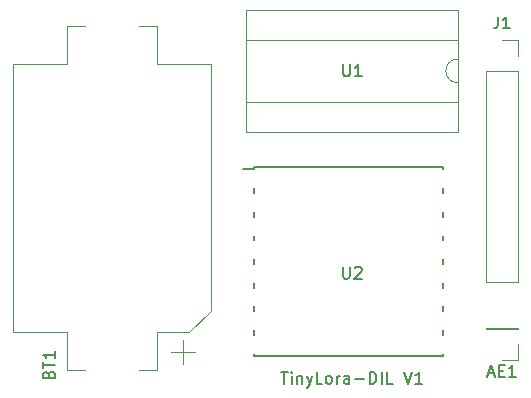
<source format=gbr>
G04 #@! TF.GenerationSoftware,KiCad,Pcbnew,5.1.4*
G04 #@! TF.CreationDate,2019-09-02T21:27:03+02:00*
G04 #@! TF.ProjectId,LORA_ATTINY84,4c4f5241-5f41-4545-9449-4e5938342e6b,rev?*
G04 #@! TF.SameCoordinates,Original*
G04 #@! TF.FileFunction,Legend,Top*
G04 #@! TF.FilePolarity,Positive*
%FSLAX46Y46*%
G04 Gerber Fmt 4.6, Leading zero omitted, Abs format (unit mm)*
G04 Created by KiCad (PCBNEW 5.1.4) date 2019-09-02 21:27:03*
%MOMM*%
%LPD*%
G04 APERTURE LIST*
%ADD10C,0.150000*%
%ADD11C,0.120000*%
%ADD12C,0.200000*%
G04 APERTURE END LIST*
D10*
X70811190Y-75652380D02*
X71382619Y-75652380D01*
X71096904Y-76652380D02*
X71096904Y-75652380D01*
X71715952Y-76652380D02*
X71715952Y-75985714D01*
X71715952Y-75652380D02*
X71668333Y-75700000D01*
X71715952Y-75747619D01*
X71763571Y-75700000D01*
X71715952Y-75652380D01*
X71715952Y-75747619D01*
X72192142Y-75985714D02*
X72192142Y-76652380D01*
X72192142Y-76080952D02*
X72239761Y-76033333D01*
X72335000Y-75985714D01*
X72477857Y-75985714D01*
X72573095Y-76033333D01*
X72620714Y-76128571D01*
X72620714Y-76652380D01*
X73001666Y-75985714D02*
X73239761Y-76652380D01*
X73477857Y-75985714D02*
X73239761Y-76652380D01*
X73144523Y-76890476D01*
X73096904Y-76938095D01*
X73001666Y-76985714D01*
X74335000Y-76652380D02*
X73858809Y-76652380D01*
X73858809Y-75652380D01*
X74811190Y-76652380D02*
X74715952Y-76604761D01*
X74668333Y-76557142D01*
X74620714Y-76461904D01*
X74620714Y-76176190D01*
X74668333Y-76080952D01*
X74715952Y-76033333D01*
X74811190Y-75985714D01*
X74954047Y-75985714D01*
X75049285Y-76033333D01*
X75096904Y-76080952D01*
X75144523Y-76176190D01*
X75144523Y-76461904D01*
X75096904Y-76557142D01*
X75049285Y-76604761D01*
X74954047Y-76652380D01*
X74811190Y-76652380D01*
X75573095Y-76652380D02*
X75573095Y-75985714D01*
X75573095Y-76176190D02*
X75620714Y-76080952D01*
X75668333Y-76033333D01*
X75763571Y-75985714D01*
X75858809Y-75985714D01*
X76620714Y-76652380D02*
X76620714Y-76128571D01*
X76573095Y-76033333D01*
X76477857Y-75985714D01*
X76287380Y-75985714D01*
X76192142Y-76033333D01*
X76620714Y-76604761D02*
X76525476Y-76652380D01*
X76287380Y-76652380D01*
X76192142Y-76604761D01*
X76144523Y-76509523D01*
X76144523Y-76414285D01*
X76192142Y-76319047D01*
X76287380Y-76271428D01*
X76525476Y-76271428D01*
X76620714Y-76223809D01*
X77096904Y-76271428D02*
X77858809Y-76271428D01*
X78335000Y-76652380D02*
X78335000Y-75652380D01*
X78573095Y-75652380D01*
X78715952Y-75700000D01*
X78811190Y-75795238D01*
X78858809Y-75890476D01*
X78906428Y-76080952D01*
X78906428Y-76223809D01*
X78858809Y-76414285D01*
X78811190Y-76509523D01*
X78715952Y-76604761D01*
X78573095Y-76652380D01*
X78335000Y-76652380D01*
X79335000Y-76652380D02*
X79335000Y-75652380D01*
X80287380Y-76652380D02*
X79811190Y-76652380D01*
X79811190Y-75652380D01*
X81239761Y-75652380D02*
X81573095Y-76652380D01*
X81906428Y-75652380D01*
X82763571Y-76652380D02*
X82192142Y-76652380D01*
X82477857Y-76652380D02*
X82477857Y-75652380D01*
X82382619Y-75795238D01*
X82287380Y-75890476D01*
X82192142Y-75938095D01*
D11*
X60365000Y-49610000D02*
X60365000Y-46410000D01*
X60365000Y-46410000D02*
X58815000Y-46410000D01*
X64865000Y-49610000D02*
X60365000Y-49610000D01*
X64865000Y-49610000D02*
X64865000Y-70510000D01*
X63065000Y-72310000D02*
X60365000Y-72310000D01*
X64865000Y-70510000D02*
X63065000Y-72310000D01*
X60365000Y-72310000D02*
X60365000Y-75510000D01*
X60365000Y-75510000D02*
X58815000Y-75510000D01*
X52665000Y-72310000D02*
X52665000Y-75510000D01*
X52665000Y-75510000D02*
X54215000Y-75510000D01*
X52665000Y-49610000D02*
X52665000Y-46410000D01*
X52665000Y-46410000D02*
X54215000Y-46410000D01*
X48165000Y-72310000D02*
X48165000Y-49610000D01*
X48165000Y-72310000D02*
X52665000Y-72310000D01*
X48165000Y-49610000D02*
X52665000Y-49610000D01*
X61515000Y-73960000D02*
X63515000Y-73960000D01*
X62515000Y-72960000D02*
X62515000Y-74960000D01*
X88205000Y-50165000D02*
X90865000Y-50165000D01*
X88205000Y-50165000D02*
X88205000Y-68005000D01*
X88205000Y-68005000D02*
X90865000Y-68005000D01*
X90865000Y-50165000D02*
X90865000Y-68005000D01*
X90865000Y-47565000D02*
X90865000Y-48895000D01*
X89535000Y-47565000D02*
X90865000Y-47565000D01*
X85845000Y-55305000D02*
X85845000Y-45025000D01*
X67825000Y-55305000D02*
X85845000Y-55305000D01*
X67825000Y-45025000D02*
X67825000Y-55305000D01*
X85845000Y-45025000D02*
X67825000Y-45025000D01*
X85785000Y-52815000D02*
X85785000Y-51165000D01*
X67885000Y-52815000D02*
X85785000Y-52815000D01*
X67885000Y-47515000D02*
X67885000Y-52815000D01*
X85785000Y-47515000D02*
X67885000Y-47515000D01*
X85785000Y-49165000D02*
X85785000Y-47515000D01*
X85785000Y-51165000D02*
G75*
G02X85785000Y-49165000I0J1000000D01*
G01*
D12*
X68580000Y-58309000D02*
X84580000Y-58309000D01*
X68580000Y-70109000D02*
X68580000Y-70509000D01*
X68580000Y-68109000D02*
X68580000Y-68509000D01*
X68580000Y-66109000D02*
X68580000Y-66509000D01*
X68580000Y-64109000D02*
X68580000Y-64509000D01*
X68580000Y-62509000D02*
X68580000Y-62109000D01*
X68580000Y-60509000D02*
X68580000Y-60109000D01*
X67580000Y-58509000D02*
X68580000Y-58509000D01*
X68580000Y-58509000D02*
X68580000Y-58309000D01*
X68580000Y-72109000D02*
X68580000Y-72509000D01*
X84580000Y-58309000D02*
X84580000Y-58509000D01*
X84580000Y-60109000D02*
X84580000Y-60509000D01*
X84580000Y-62109000D02*
X84580000Y-62509000D01*
X84580000Y-64109000D02*
X84580000Y-64509000D01*
X84580000Y-66109000D02*
X84580000Y-66509000D01*
X84580000Y-68109000D02*
X84580000Y-68509000D01*
X84580000Y-70109000D02*
X84580000Y-70509000D01*
X84580000Y-72109000D02*
X84580000Y-72509000D01*
X84580000Y-74109000D02*
X84580000Y-74309000D01*
X84580000Y-74309000D02*
X68580000Y-74309000D01*
X68580000Y-74309000D02*
X68580000Y-74109000D01*
D11*
X90865000Y-74609000D02*
X89535000Y-74609000D01*
X90865000Y-73279000D02*
X90865000Y-74609000D01*
X90865000Y-72009000D02*
X88205000Y-72009000D01*
X88205000Y-72009000D02*
X88205000Y-71949000D01*
X90865000Y-72009000D02*
X90865000Y-71949000D01*
X90865000Y-71949000D02*
X88205000Y-71949000D01*
D10*
X51143571Y-75870714D02*
X51191190Y-75727857D01*
X51238809Y-75680238D01*
X51334047Y-75632619D01*
X51476904Y-75632619D01*
X51572142Y-75680238D01*
X51619761Y-75727857D01*
X51667380Y-75823095D01*
X51667380Y-76204047D01*
X50667380Y-76204047D01*
X50667380Y-75870714D01*
X50715000Y-75775476D01*
X50762619Y-75727857D01*
X50857857Y-75680238D01*
X50953095Y-75680238D01*
X51048333Y-75727857D01*
X51095952Y-75775476D01*
X51143571Y-75870714D01*
X51143571Y-76204047D01*
X50667380Y-75346904D02*
X50667380Y-74775476D01*
X51667380Y-75061190D02*
X50667380Y-75061190D01*
X51667380Y-73918333D02*
X51667380Y-74489761D01*
X51667380Y-74204047D02*
X50667380Y-74204047D01*
X50810238Y-74299285D01*
X50905476Y-74394523D01*
X50953095Y-74489761D01*
X89201666Y-45577380D02*
X89201666Y-46291666D01*
X89154047Y-46434523D01*
X89058809Y-46529761D01*
X88915952Y-46577380D01*
X88820714Y-46577380D01*
X90201666Y-46577380D02*
X89630238Y-46577380D01*
X89915952Y-46577380D02*
X89915952Y-45577380D01*
X89820714Y-45720238D01*
X89725476Y-45815476D01*
X89630238Y-45863095D01*
X76073095Y-49617380D02*
X76073095Y-50426904D01*
X76120714Y-50522142D01*
X76168333Y-50569761D01*
X76263571Y-50617380D01*
X76454047Y-50617380D01*
X76549285Y-50569761D01*
X76596904Y-50522142D01*
X76644523Y-50426904D01*
X76644523Y-49617380D01*
X77644523Y-50617380D02*
X77073095Y-50617380D01*
X77358809Y-50617380D02*
X77358809Y-49617380D01*
X77263571Y-49760238D01*
X77168333Y-49855476D01*
X77073095Y-49903095D01*
X76073095Y-66762380D02*
X76073095Y-67571904D01*
X76120714Y-67667142D01*
X76168333Y-67714761D01*
X76263571Y-67762380D01*
X76454047Y-67762380D01*
X76549285Y-67714761D01*
X76596904Y-67667142D01*
X76644523Y-67571904D01*
X76644523Y-66762380D01*
X77073095Y-66857619D02*
X77120714Y-66810000D01*
X77215952Y-66762380D01*
X77454047Y-66762380D01*
X77549285Y-66810000D01*
X77596904Y-66857619D01*
X77644523Y-66952857D01*
X77644523Y-67048095D01*
X77596904Y-67190952D01*
X77025476Y-67762380D01*
X77644523Y-67762380D01*
X88368333Y-75775666D02*
X88844523Y-75775666D01*
X88273095Y-76061380D02*
X88606428Y-75061380D01*
X88939761Y-76061380D01*
X89273095Y-75537571D02*
X89606428Y-75537571D01*
X89749285Y-76061380D02*
X89273095Y-76061380D01*
X89273095Y-75061380D01*
X89749285Y-75061380D01*
X90701666Y-76061380D02*
X90130238Y-76061380D01*
X90415952Y-76061380D02*
X90415952Y-75061380D01*
X90320714Y-75204238D01*
X90225476Y-75299476D01*
X90130238Y-75347095D01*
M02*

</source>
